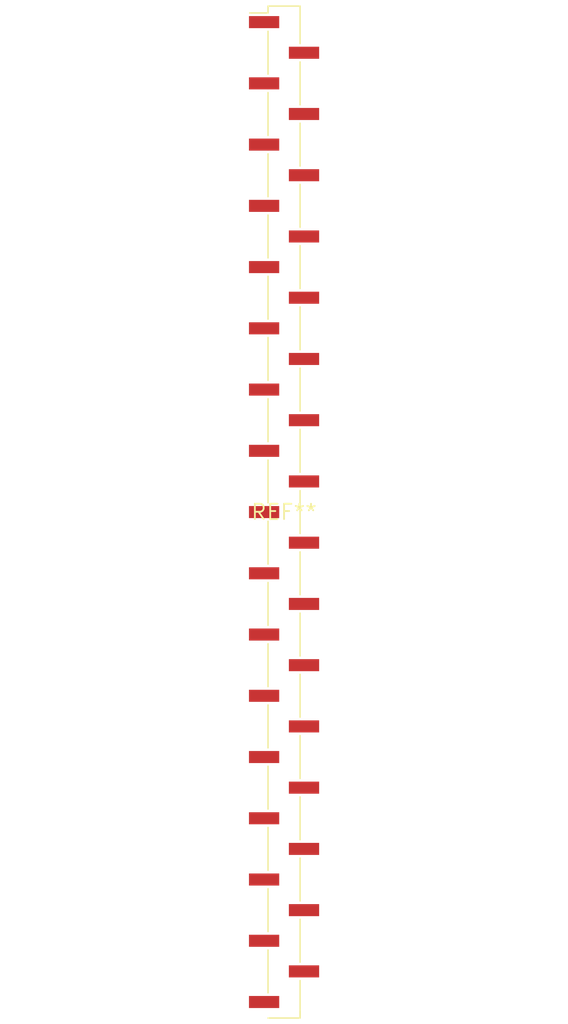
<source format=kicad_pcb>
(kicad_pcb (version 20240108) (generator pcbnew)
  (layers (0 "F.Cu" signal) (31 "B.Cu" signal) (34 "B.Paste" user) (35 "F.Paste" user) (36 "B.SilkS" user "B.Silkscreen") (37 "F.SilkS" user "F.Silkscreen") (38 "B.Mask" user) (39 "F.Mask" user) (44 "Edge.Cuts" user))
  (net 0 "")
  (footprint "PinHeader_1x33_P2.54mm_Vertical_SMD_Pin1Left" (layer "F.Cu") (at 0 0)
    (property "Reference" "REF**")
    (property "Value" "PinHeader_1x33_P2.54mm_Vertical_SMD_Pin1Left")
    (fp_line (start -1.33 -41.97) (end -1.33 -41.4) (layer "F.SilkS") (stroke (width 0.12)))
    (fp_line (start -1.33 -41.97) (end 1.33 -41.97) (layer "F.SilkS") (stroke (width 0.12)))
    (fp_line (start -1.33 -41.4) (end -2.85 -41.4) (layer "F.SilkS") (stroke (width 0.12)))
    (fp_line (start -1.33 -39.88) (end -1.33 -36.32) (layer "F.SilkS") (stroke (width 0.12)))
    (fp_line (start -1.33 -34.8) (end -1.33 -31.24) (layer "F.SilkS") (stroke (width 0.12)))
    (fp_line (start -1.33 -29.72) (end -1.33 -26.16) (layer "F.SilkS") (stroke (width 0.12)))
    (fp_line (start -1.33 -24.64) (end -1.33 -21.08) (layer "F.SilkS") (stroke (width 0.12)))
    (fp_line (start -1.33 -19.56) (end -1.33 -16) (layer "F.SilkS") (stroke (width 0.12)))
    (fp_line (start -1.33 -14.48) (end -1.33 -10.92) (layer "F.SilkS") (stroke (width 0.12)))
    (fp_line (start -1.33 -9.4) (end -1.33 -5.84) (layer "F.SilkS") (stroke (width 0.12)))
    (fp_line (start -1.33 -4.32) (end -1.33 -0.76) (layer "F.SilkS") (stroke (width 0.12)))
    (fp_line (start -1.33 0.76) (end -1.33 4.32) (layer "F.SilkS") (stroke (width 0.12)))
    (fp_line (start -1.33 5.84) (end -1.33 9.4) (layer "F.SilkS") (stroke (width 0.12)))
    (fp_line (start -1.33 10.92) (end -1.33 14.48) (layer "F.SilkS") (stroke (width 0.12)))
    (fp_line (start -1.33 16) (end -1.33 19.56) (layer "F.SilkS") (stroke (width 0.12)))
    (fp_line (start -1.33 21.08) (end -1.33 24.64) (layer "F.SilkS") (stroke (width 0.12)))
    (fp_line (start -1.33 26.16) (end -1.33 29.72) (layer "F.SilkS") (stroke (width 0.12)))
    (fp_line (start -1.33 31.24) (end -1.33 34.8) (layer "F.SilkS") (stroke (width 0.12)))
    (fp_line (start -1.33 36.32) (end -1.33 39.88) (layer "F.SilkS") (stroke (width 0.12)))
    (fp_line (start -1.33 41.97) (end 1.33 41.97) (layer "F.SilkS") (stroke (width 0.12)))
    (fp_line (start 1.33 -41.97) (end 1.33 -38.86) (layer "F.SilkS") (stroke (width 0.12)))
    (fp_line (start 1.33 -37.34) (end 1.33 -33.78) (layer "F.SilkS") (stroke (width 0.12)))
    (fp_line (start 1.33 -32.26) (end 1.33 -28.7) (layer "F.SilkS") (stroke (width 0.12)))
    (fp_line (start 1.33 -27.18) (end 1.33 -23.62) (layer "F.SilkS") (stroke (width 0.12)))
    (fp_line (start 1.33 -22.1) (end 1.33 -18.54) (layer "F.SilkS") (stroke (width 0.12)))
    (fp_line (start 1.33 -17.02) (end 1.33 -13.46) (layer "F.SilkS") (stroke (width 0.12)))
    (fp_line (start 1.33 -11.94) (end 1.33 -8.38) (layer "F.SilkS") (stroke (width 0.12)))
    (fp_line (start 1.33 -6.86) (end 1.33 -3.3) (layer "F.SilkS") (stroke (width 0.12)))
    (fp_line (start 1.33 -1.78) (end 1.33 1.78) (layer "F.SilkS") (stroke (width 0.12)))
    (fp_line (start 1.33 3.3) (end 1.33 6.86) (layer "F.SilkS") (stroke (width 0.12)))
    (fp_line (start 1.33 8.38) (end 1.33 11.94) (layer "F.SilkS") (stroke (width 0.12)))
    (fp_line (start 1.33 13.46) (end 1.33 17.02) (layer "F.SilkS") (stroke (width 0.12)))
    (fp_line (start 1.33 18.54) (end 1.33 22.1) (layer "F.SilkS") (stroke (width 0.12)))
    (fp_line (start 1.33 23.62) (end 1.33 27.18) (layer "F.SilkS") (stroke (width 0.12)))
    (fp_line (start 1.33 28.7) (end 1.33 32.26) (layer "F.SilkS") (stroke (width 0.12)))
    (fp_line (start 1.33 33.78) (end 1.33 37.34) (layer "F.SilkS") (stroke (width 0.12)))
    (fp_line (start 1.33 38.86) (end 1.33 41.97) (layer "F.SilkS") (stroke (width 0.12)))
    (fp_line (start 1.33 41.4) (end 1.33 41.97) (layer "F.SilkS") (stroke (width 0.12)))
    (pad "1" smd rect (at -1.655 -40.64) (size 2.51 1) (layers "F.Cu" "F.Paste" "F.Mask"))
    (pad "2" smd rect (at 1.655 -38.1) (size 2.51 1) (layers "F.Cu" "F.Paste" "F.Mask"))
    (pad "3" smd rect (at -1.655 -35.56) (size 2.51 1) (layers "F.Cu" "F.Paste" "F.Mask"))
    (pad "4" smd rect (at 1.655 -33.02) (size 2.51 1) (layers "F.Cu" "F.Paste" "F.Mask"))
    (pad "5" smd rect (at -1.655 -30.48) (size 2.51 1) (layers "F.Cu" "F.Paste" "F.Mask"))
    (pad "6" smd rect (at 1.655 -27.94) (size 2.51 1) (layers "F.Cu" "F.Paste" "F.Mask"))
    (pad "7" smd rect (at -1.655 -25.4) (size 2.51 1) (layers "F.Cu" "F.Paste" "F.Mask"))
    (pad "8" smd rect (at 1.655 -22.86) (size 2.51 1) (layers "F.Cu" "F.Paste" "F.Mask"))
    (pad "9" smd rect (at -1.655 -20.32) (size 2.51 1) (layers "F.Cu" "F.Paste" "F.Mask"))
    (pad "10" smd rect (at 1.655 -17.78) (size 2.51 1) (layers "F.Cu" "F.Paste" "F.Mask"))
    (pad "11" smd rect (at -1.655 -15.24) (size 2.51 1) (layers "F.Cu" "F.Paste" "F.Mask"))
    (pad "12" smd rect (at 1.655 -12.7) (size 2.51 1) (layers "F.Cu" "F.Paste" "F.Mask"))
    (pad "13" smd rect (at -1.655 -10.16) (size 2.51 1) (layers "F.Cu" "F.Paste" "F.Mask"))
    (pad "14" smd rect (at 1.655 -7.62) (size 2.51 1) (layers "F.Cu" "F.Paste" "F.Mask"))
    (pad "15" smd rect (at -1.655 -5.08) (size 2.51 1) (layers "F.Cu" "F.Paste" "F.Mask"))
    (pad "16" smd rect (at 1.655 -2.54) (size 2.51 1) (layers "F.Cu" "F.Paste" "F.Mask"))
    (pad "17" smd rect (at -1.655 0) (size 2.51 1) (layers "F.Cu" "F.Paste" "F.Mask"))
    (pad "18" smd rect (at 1.655 2.54) (size 2.51 1) (layers "F.Cu" "F.Paste" "F.Mask"))
    (pad "19" smd rect (at -1.655 5.08) (size 2.51 1) (layers "F.Cu" "F.Paste" "F.Mask"))
    (pad "20" smd rect (at 1.655 7.62) (size 2.51 1) (layers "F.Cu" "F.Paste" "F.Mask"))
    (pad "21" smd rect (at -1.655 10.16) (size 2.51 1) (layers "F.Cu" "F.Paste" "F.Mask"))
    (pad "22" smd rect (at 1.655 12.7) (size 2.51 1) (layers "F.Cu" "F.Paste" "F.Mask"))
    (pad "23" smd rect (at -1.655 15.24) (size 2.51 1) (layers "F.Cu" "F.Paste" "F.Mask"))
    (pad "24" smd rect (at 1.655 17.78) (size 2.51 1) (layers "F.Cu" "F.Paste" "F.Mask"))
    (pad "25" smd rect (at -1.655 20.32) (size 2.51 1) (layers "F.Cu" "F.Paste" "F.Mask"))
    (pad "26" smd rect (at 1.655 22.86) (size 2.51 1) (layers "F.Cu" "F.Paste" "F.Mask"))
    (pad "27" smd rect (at -1.655 25.4) (size 2.51 1) (layers "F.Cu" "F.Paste" "F.Mask"))
    (pad "28" smd rect (at 1.655 27.94) (size 2.51 1) (layers "F.Cu" "F.Paste" "F.Mask"))
    (pad "29" smd rect (at -1.655 30.48) (size 2.51 1) (layers "F.Cu" "F.Paste" "F.Mask"))
    (pad "30" smd rect (at 1.655 33.02) (size 2.51 1) (layers "F.Cu" "F.Paste" "F.Mask"))
    (pad "31" smd rect (at -1.655 35.56) (size 2.51 1) (layers "F.Cu" "F.Paste" "F.Mask"))
    (pad "32" smd rect (at 1.655 38.1) (size 2.51 1) (layers "F.Cu" "F.Paste" "F.Mask"))
    (pad "33" smd rect (at -1.655 40.64) (size 2.51 1) (layers "F.Cu" "F.Paste" "F.Mask"))
  )
)
</source>
